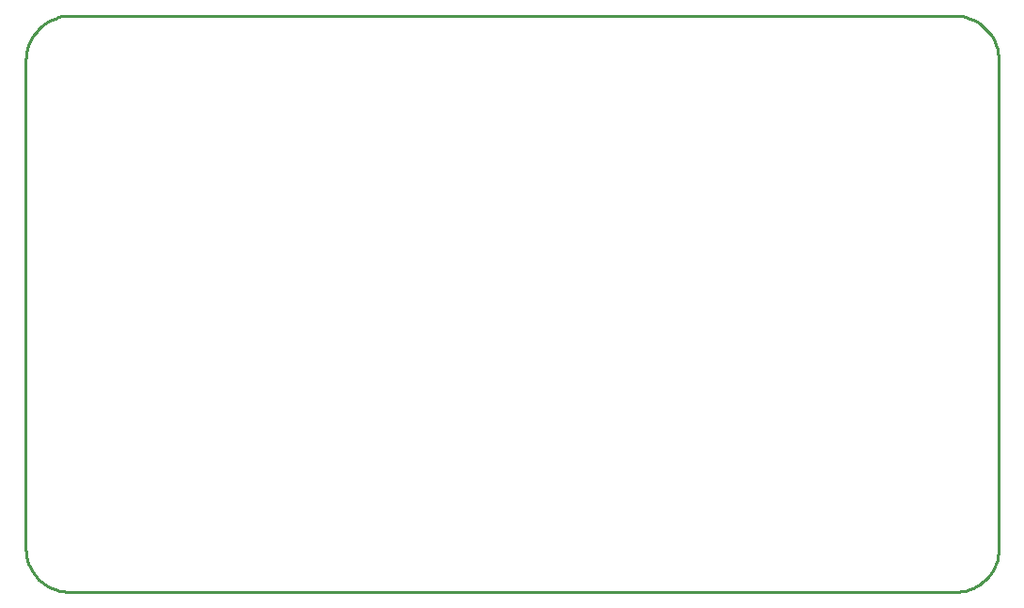
<source format=gbr>
G04 EAGLE Gerber RS-274X export*
G75*
%MOMM*%
%FSLAX34Y34*%
%LPD*%
%IN*%
%IPPOS*%
%AMOC8*
5,1,8,0,0,1.08239X$1,22.5*%
G01*
%ADD10C,0.254000*%


D10*
X0Y50000D02*
X181Y46546D01*
X663Y43120D01*
X1442Y39750D01*
X2511Y36460D01*
X3863Y33276D01*
X5487Y30222D01*
X7371Y27321D01*
X9501Y24595D01*
X11861Y22066D01*
X14432Y19751D01*
X17194Y17670D01*
X20128Y15837D01*
X23210Y14267D01*
X26418Y12971D01*
X29726Y11960D01*
X33110Y11242D01*
X36543Y10820D01*
X40000Y10700D01*
X836100Y10700D01*
X839557Y10820D01*
X842991Y11242D01*
X846374Y11960D01*
X849682Y12971D01*
X852890Y14267D01*
X855972Y15837D01*
X858906Y17670D01*
X861668Y19751D01*
X864239Y22066D01*
X866599Y24595D01*
X868729Y27321D01*
X870613Y30222D01*
X872237Y33276D01*
X873589Y36460D01*
X874658Y39750D01*
X875437Y43120D01*
X875919Y46546D01*
X876100Y50000D01*
X876100Y490000D01*
X875948Y493486D01*
X875492Y496946D01*
X874737Y500353D01*
X873688Y503681D01*
X872352Y506905D01*
X870741Y510000D01*
X868866Y512943D01*
X866742Y515712D01*
X864384Y518284D01*
X861812Y520642D01*
X859043Y522766D01*
X856100Y524641D01*
X853005Y526252D01*
X849781Y527588D01*
X846453Y528637D01*
X843046Y529392D01*
X839586Y529848D01*
X836100Y530000D01*
X40000Y530000D01*
X36514Y529848D01*
X33054Y529392D01*
X29647Y528637D01*
X26319Y527588D01*
X23095Y526252D01*
X20000Y524641D01*
X17057Y522766D01*
X14289Y520642D01*
X11716Y518284D01*
X9358Y515712D01*
X7234Y512943D01*
X5359Y510000D01*
X3748Y506905D01*
X2412Y503681D01*
X1363Y500353D01*
X608Y496946D01*
X152Y493486D01*
X0Y490000D01*
X0Y50000D01*
M02*

</source>
